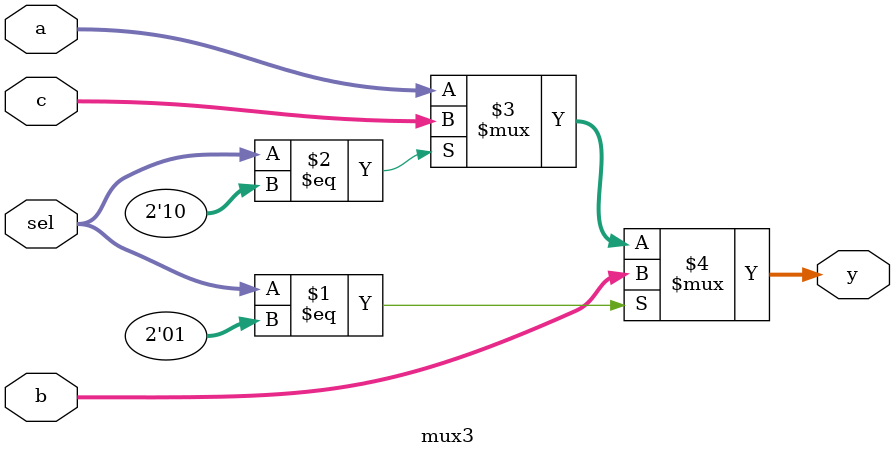
<source format=v>
module mux3( sel, a, b, c, y );
    parameter bitwidth=32;
    input [1:0] sel;
    input  [bitwidth-1:0] a, b, c;
    output [bitwidth-1:0] y;

    assign y = (sel == 2'b01) ? b : (sel == 2'b10) ? c : a;
endmodule
</source>
